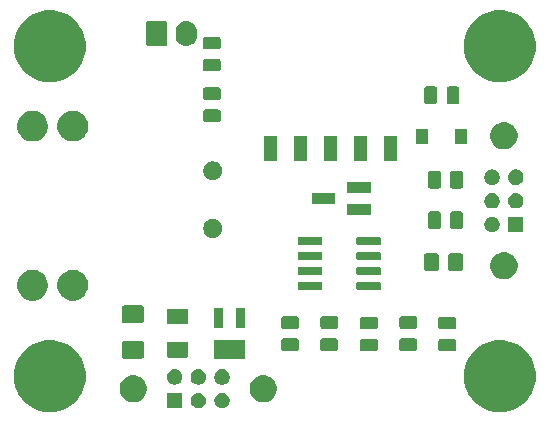
<source format=gbs>
G04 #@! TF.GenerationSoftware,KiCad,Pcbnew,(5.1.4)-1*
G04 #@! TF.CreationDate,2020-02-23T13:46:41-05:00*
G04 #@! TF.ProjectId,vent,76656e74-2e6b-4696-9361-645f70636258,rev?*
G04 #@! TF.SameCoordinates,Original*
G04 #@! TF.FileFunction,Soldermask,Bot*
G04 #@! TF.FilePolarity,Negative*
%FSLAX46Y46*%
G04 Gerber Fmt 4.6, Leading zero omitted, Abs format (unit mm)*
G04 Created by KiCad (PCBNEW (5.1.4)-1) date 2020-02-23 13:46:41*
%MOMM*%
%LPD*%
G04 APERTURE LIST*
%ADD10C,0.100000*%
G04 APERTURE END LIST*
D10*
G36*
X148209943Y-129146248D02*
G01*
X148765189Y-129376238D01*
X148765190Y-129376239D01*
X149264899Y-129710134D01*
X149689866Y-130135101D01*
X149785182Y-130277752D01*
X150023762Y-130634811D01*
X150253752Y-131190057D01*
X150371000Y-131779501D01*
X150371000Y-132380499D01*
X150253752Y-132969943D01*
X150023762Y-133525189D01*
X150004584Y-133553891D01*
X149689866Y-134024899D01*
X149264899Y-134449866D01*
X149013347Y-134617948D01*
X148765189Y-134783762D01*
X148209943Y-135013752D01*
X147620499Y-135131000D01*
X147019501Y-135131000D01*
X146430057Y-135013752D01*
X145874811Y-134783762D01*
X145626653Y-134617948D01*
X145375101Y-134449866D01*
X144950134Y-134024899D01*
X144635416Y-133553891D01*
X144616238Y-133525189D01*
X144386248Y-132969943D01*
X144269000Y-132380499D01*
X144269000Y-131779501D01*
X144386248Y-131190057D01*
X144616238Y-130634811D01*
X144854818Y-130277752D01*
X144950134Y-130135101D01*
X145375101Y-129710134D01*
X145874810Y-129376239D01*
X145874811Y-129376238D01*
X146430057Y-129146248D01*
X147019501Y-129029000D01*
X147620499Y-129029000D01*
X148209943Y-129146248D01*
X148209943Y-129146248D01*
G37*
G36*
X110109943Y-129146248D02*
G01*
X110665189Y-129376238D01*
X110665190Y-129376239D01*
X111164899Y-129710134D01*
X111589866Y-130135101D01*
X111685182Y-130277752D01*
X111923762Y-130634811D01*
X112153752Y-131190057D01*
X112271000Y-131779501D01*
X112271000Y-132380499D01*
X112153752Y-132969943D01*
X111923762Y-133525189D01*
X111904584Y-133553891D01*
X111589866Y-134024899D01*
X111164899Y-134449866D01*
X110913347Y-134617948D01*
X110665189Y-134783762D01*
X110109943Y-135013752D01*
X109520499Y-135131000D01*
X108919501Y-135131000D01*
X108330057Y-135013752D01*
X107774811Y-134783762D01*
X107526653Y-134617948D01*
X107275101Y-134449866D01*
X106850134Y-134024899D01*
X106535416Y-133553891D01*
X106516238Y-133525189D01*
X106286248Y-132969943D01*
X106169000Y-132380499D01*
X106169000Y-131779501D01*
X106286248Y-131190057D01*
X106516238Y-130634811D01*
X106754818Y-130277752D01*
X106850134Y-130135101D01*
X107275101Y-129710134D01*
X107774810Y-129376239D01*
X107774811Y-129376238D01*
X108330057Y-129146248D01*
X108919501Y-129029000D01*
X109520499Y-129029000D01*
X110109943Y-129146248D01*
X110109943Y-129146248D01*
G37*
G36*
X121989490Y-133504817D02*
G01*
X122107964Y-133553891D01*
X122214588Y-133625135D01*
X122305265Y-133715812D01*
X122376509Y-133822436D01*
X122425583Y-133940910D01*
X122450600Y-134066682D01*
X122450600Y-134194918D01*
X122425583Y-134320690D01*
X122376509Y-134439164D01*
X122305265Y-134545788D01*
X122214588Y-134636465D01*
X122107964Y-134707709D01*
X122107963Y-134707710D01*
X122107962Y-134707710D01*
X121989490Y-134756783D01*
X121863719Y-134781800D01*
X121735481Y-134781800D01*
X121609710Y-134756783D01*
X121491238Y-134707710D01*
X121491237Y-134707710D01*
X121491236Y-134707709D01*
X121384612Y-134636465D01*
X121293935Y-134545788D01*
X121222691Y-134439164D01*
X121173617Y-134320690D01*
X121148600Y-134194918D01*
X121148600Y-134066682D01*
X121173617Y-133940910D01*
X121222691Y-133822436D01*
X121293935Y-133715812D01*
X121384612Y-133625135D01*
X121491236Y-133553891D01*
X121609710Y-133504817D01*
X121735481Y-133479800D01*
X121863719Y-133479800D01*
X121989490Y-133504817D01*
X121989490Y-133504817D01*
G37*
G36*
X123989490Y-133504817D02*
G01*
X124107964Y-133553891D01*
X124214588Y-133625135D01*
X124305265Y-133715812D01*
X124376509Y-133822436D01*
X124425583Y-133940910D01*
X124450600Y-134066682D01*
X124450600Y-134194918D01*
X124425583Y-134320690D01*
X124376509Y-134439164D01*
X124305265Y-134545788D01*
X124214588Y-134636465D01*
X124107964Y-134707709D01*
X124107963Y-134707710D01*
X124107962Y-134707710D01*
X123989490Y-134756783D01*
X123863719Y-134781800D01*
X123735481Y-134781800D01*
X123609710Y-134756783D01*
X123491238Y-134707710D01*
X123491237Y-134707710D01*
X123491236Y-134707709D01*
X123384612Y-134636465D01*
X123293935Y-134545788D01*
X123222691Y-134439164D01*
X123173617Y-134320690D01*
X123148600Y-134194918D01*
X123148600Y-134066682D01*
X123173617Y-133940910D01*
X123222691Y-133822436D01*
X123293935Y-133715812D01*
X123384612Y-133625135D01*
X123491236Y-133553891D01*
X123609710Y-133504817D01*
X123735481Y-133479800D01*
X123863719Y-133479800D01*
X123989490Y-133504817D01*
X123989490Y-133504817D01*
G37*
G36*
X120450600Y-134781800D02*
G01*
X119148600Y-134781800D01*
X119148600Y-133479800D01*
X120450600Y-133479800D01*
X120450600Y-134781800D01*
X120450600Y-134781800D01*
G37*
G36*
X127524149Y-132001916D02*
G01*
X127635334Y-132024032D01*
X127844803Y-132110797D01*
X128033320Y-132236760D01*
X128193640Y-132397080D01*
X128319603Y-132585597D01*
X128406368Y-132795066D01*
X128450600Y-133017436D01*
X128450600Y-133244164D01*
X128406368Y-133466534D01*
X128319603Y-133676003D01*
X128193640Y-133864520D01*
X128033320Y-134024840D01*
X127844803Y-134150803D01*
X127635334Y-134237568D01*
X127524149Y-134259684D01*
X127412965Y-134281800D01*
X127186235Y-134281800D01*
X127075051Y-134259684D01*
X126963866Y-134237568D01*
X126754397Y-134150803D01*
X126565880Y-134024840D01*
X126405560Y-133864520D01*
X126279597Y-133676003D01*
X126192832Y-133466534D01*
X126148600Y-133244164D01*
X126148600Y-133017436D01*
X126192832Y-132795066D01*
X126279597Y-132585597D01*
X126405560Y-132397080D01*
X126565880Y-132236760D01*
X126754397Y-132110797D01*
X126963866Y-132024032D01*
X127075051Y-132001916D01*
X127186235Y-131979800D01*
X127412965Y-131979800D01*
X127524149Y-132001916D01*
X127524149Y-132001916D01*
G37*
G36*
X116524149Y-132001916D02*
G01*
X116635334Y-132024032D01*
X116844803Y-132110797D01*
X117033320Y-132236760D01*
X117193640Y-132397080D01*
X117319603Y-132585597D01*
X117406368Y-132795066D01*
X117450600Y-133017436D01*
X117450600Y-133244164D01*
X117406368Y-133466534D01*
X117319603Y-133676003D01*
X117193640Y-133864520D01*
X117033320Y-134024840D01*
X116844803Y-134150803D01*
X116635334Y-134237568D01*
X116524149Y-134259684D01*
X116412965Y-134281800D01*
X116186235Y-134281800D01*
X116075051Y-134259684D01*
X115963866Y-134237568D01*
X115754397Y-134150803D01*
X115565880Y-134024840D01*
X115405560Y-133864520D01*
X115279597Y-133676003D01*
X115192832Y-133466534D01*
X115148600Y-133244164D01*
X115148600Y-133017436D01*
X115192832Y-132795066D01*
X115279597Y-132585597D01*
X115405560Y-132397080D01*
X115565880Y-132236760D01*
X115754397Y-132110797D01*
X115963866Y-132024032D01*
X116075051Y-132001916D01*
X116186235Y-131979800D01*
X116412965Y-131979800D01*
X116524149Y-132001916D01*
X116524149Y-132001916D01*
G37*
G36*
X119989490Y-131504817D02*
G01*
X120107964Y-131553891D01*
X120214588Y-131625135D01*
X120305265Y-131715812D01*
X120376509Y-131822436D01*
X120425583Y-131940910D01*
X120450600Y-132066682D01*
X120450600Y-132194918D01*
X120425583Y-132320690D01*
X120376509Y-132439164D01*
X120305265Y-132545788D01*
X120214588Y-132636465D01*
X120107964Y-132707709D01*
X120107963Y-132707710D01*
X120107962Y-132707710D01*
X119989490Y-132756783D01*
X119863719Y-132781800D01*
X119735481Y-132781800D01*
X119609710Y-132756783D01*
X119491238Y-132707710D01*
X119491237Y-132707710D01*
X119491236Y-132707709D01*
X119384612Y-132636465D01*
X119293935Y-132545788D01*
X119222691Y-132439164D01*
X119173617Y-132320690D01*
X119148600Y-132194918D01*
X119148600Y-132066682D01*
X119173617Y-131940910D01*
X119222691Y-131822436D01*
X119293935Y-131715812D01*
X119384612Y-131625135D01*
X119491236Y-131553891D01*
X119609710Y-131504817D01*
X119735481Y-131479800D01*
X119863719Y-131479800D01*
X119989490Y-131504817D01*
X119989490Y-131504817D01*
G37*
G36*
X121989490Y-131504817D02*
G01*
X122107964Y-131553891D01*
X122214588Y-131625135D01*
X122305265Y-131715812D01*
X122376509Y-131822436D01*
X122425583Y-131940910D01*
X122450600Y-132066682D01*
X122450600Y-132194918D01*
X122425583Y-132320690D01*
X122376509Y-132439164D01*
X122305265Y-132545788D01*
X122214588Y-132636465D01*
X122107964Y-132707709D01*
X122107963Y-132707710D01*
X122107962Y-132707710D01*
X121989490Y-132756783D01*
X121863719Y-132781800D01*
X121735481Y-132781800D01*
X121609710Y-132756783D01*
X121491238Y-132707710D01*
X121491237Y-132707710D01*
X121491236Y-132707709D01*
X121384612Y-132636465D01*
X121293935Y-132545788D01*
X121222691Y-132439164D01*
X121173617Y-132320690D01*
X121148600Y-132194918D01*
X121148600Y-132066682D01*
X121173617Y-131940910D01*
X121222691Y-131822436D01*
X121293935Y-131715812D01*
X121384612Y-131625135D01*
X121491236Y-131553891D01*
X121609710Y-131504817D01*
X121735481Y-131479800D01*
X121863719Y-131479800D01*
X121989490Y-131504817D01*
X121989490Y-131504817D01*
G37*
G36*
X123989490Y-131504817D02*
G01*
X124107964Y-131553891D01*
X124214588Y-131625135D01*
X124305265Y-131715812D01*
X124376509Y-131822436D01*
X124425583Y-131940910D01*
X124450600Y-132066682D01*
X124450600Y-132194918D01*
X124425583Y-132320690D01*
X124376509Y-132439164D01*
X124305265Y-132545788D01*
X124214588Y-132636465D01*
X124107964Y-132707709D01*
X124107963Y-132707710D01*
X124107962Y-132707710D01*
X123989490Y-132756783D01*
X123863719Y-132781800D01*
X123735481Y-132781800D01*
X123609710Y-132756783D01*
X123491238Y-132707710D01*
X123491237Y-132707710D01*
X123491236Y-132707709D01*
X123384612Y-132636465D01*
X123293935Y-132545788D01*
X123222691Y-132439164D01*
X123173617Y-132320690D01*
X123148600Y-132194918D01*
X123148600Y-132066682D01*
X123173617Y-131940910D01*
X123222691Y-131822436D01*
X123293935Y-131715812D01*
X123384612Y-131625135D01*
X123491236Y-131553891D01*
X123609710Y-131504817D01*
X123735481Y-131479800D01*
X123863719Y-131479800D01*
X123989490Y-131504817D01*
X123989490Y-131504817D01*
G37*
G36*
X125775800Y-130650400D02*
G01*
X123123800Y-130650400D01*
X123123800Y-128988400D01*
X125775800Y-128988400D01*
X125775800Y-130650400D01*
X125775800Y-130650400D01*
G37*
G36*
X117031362Y-129060081D02*
G01*
X117066281Y-129070674D01*
X117098463Y-129087876D01*
X117126673Y-129111027D01*
X117149824Y-129139237D01*
X117167026Y-129171419D01*
X117177619Y-129206338D01*
X117181800Y-129248795D01*
X117181800Y-130390005D01*
X117177619Y-130432462D01*
X117167026Y-130467381D01*
X117149824Y-130499563D01*
X117126673Y-130527773D01*
X117098463Y-130550924D01*
X117066281Y-130568126D01*
X117031362Y-130578719D01*
X116988905Y-130582900D01*
X115522695Y-130582900D01*
X115480238Y-130578719D01*
X115445319Y-130568126D01*
X115413137Y-130550924D01*
X115384927Y-130527773D01*
X115361776Y-130499563D01*
X115344574Y-130467381D01*
X115333981Y-130432462D01*
X115329800Y-130390005D01*
X115329800Y-129248795D01*
X115333981Y-129206338D01*
X115344574Y-129171419D01*
X115361776Y-129139237D01*
X115384927Y-129111027D01*
X115413137Y-129087876D01*
X115445319Y-129070674D01*
X115480238Y-129060081D01*
X115522695Y-129055900D01*
X116988905Y-129055900D01*
X117031362Y-129060081D01*
X117031362Y-129060081D01*
G37*
G36*
X120809004Y-129147747D02*
G01*
X120845544Y-129158832D01*
X120879221Y-129176833D01*
X120908741Y-129201059D01*
X120932967Y-129230579D01*
X120950968Y-129264256D01*
X120962053Y-129300796D01*
X120966400Y-129344938D01*
X120966400Y-130293862D01*
X120962053Y-130338004D01*
X120950968Y-130374544D01*
X120932967Y-130408221D01*
X120908741Y-130437741D01*
X120879221Y-130461967D01*
X120845544Y-130479968D01*
X120809004Y-130491053D01*
X120764862Y-130495400D01*
X119315938Y-130495400D01*
X119271796Y-130491053D01*
X119235256Y-130479968D01*
X119201579Y-130461967D01*
X119172059Y-130437741D01*
X119147833Y-130408221D01*
X119129832Y-130374544D01*
X119118747Y-130338004D01*
X119114400Y-130293862D01*
X119114400Y-129344938D01*
X119118747Y-129300796D01*
X119129832Y-129264256D01*
X119147833Y-129230579D01*
X119172059Y-129201059D01*
X119201579Y-129176833D01*
X119235256Y-129158832D01*
X119271796Y-129147747D01*
X119315938Y-129143400D01*
X120764862Y-129143400D01*
X120809004Y-129147747D01*
X120809004Y-129147747D01*
G37*
G36*
X136830068Y-128902165D02*
G01*
X136868738Y-128913896D01*
X136904377Y-128932946D01*
X136935617Y-128958583D01*
X136961254Y-128989823D01*
X136980304Y-129025462D01*
X136992035Y-129064132D01*
X136996600Y-129110488D01*
X136996600Y-129761712D01*
X136992035Y-129808068D01*
X136980304Y-129846738D01*
X136961254Y-129882377D01*
X136935617Y-129913617D01*
X136904377Y-129939254D01*
X136868738Y-129958304D01*
X136830068Y-129970035D01*
X136783712Y-129974600D01*
X135707488Y-129974600D01*
X135661132Y-129970035D01*
X135622462Y-129958304D01*
X135586823Y-129939254D01*
X135555583Y-129913617D01*
X135529946Y-129882377D01*
X135510896Y-129846738D01*
X135499165Y-129808068D01*
X135494600Y-129761712D01*
X135494600Y-129110488D01*
X135499165Y-129064132D01*
X135510896Y-129025462D01*
X135529946Y-128989823D01*
X135555583Y-128958583D01*
X135586823Y-128932946D01*
X135622462Y-128913896D01*
X135661132Y-128902165D01*
X135707488Y-128897600D01*
X136783712Y-128897600D01*
X136830068Y-128902165D01*
X136830068Y-128902165D01*
G37*
G36*
X143459468Y-128899865D02*
G01*
X143498138Y-128911596D01*
X143533777Y-128930646D01*
X143565017Y-128956283D01*
X143590654Y-128987523D01*
X143609704Y-129023162D01*
X143621435Y-129061832D01*
X143626000Y-129108188D01*
X143626000Y-129759412D01*
X143621435Y-129805768D01*
X143609704Y-129844438D01*
X143590654Y-129880077D01*
X143565017Y-129911317D01*
X143533777Y-129936954D01*
X143498138Y-129956004D01*
X143459468Y-129967735D01*
X143413112Y-129972300D01*
X142336888Y-129972300D01*
X142290532Y-129967735D01*
X142251862Y-129956004D01*
X142216223Y-129936954D01*
X142184983Y-129911317D01*
X142159346Y-129880077D01*
X142140296Y-129844438D01*
X142128565Y-129805768D01*
X142124000Y-129759412D01*
X142124000Y-129108188D01*
X142128565Y-129061832D01*
X142140296Y-129023162D01*
X142159346Y-128987523D01*
X142184983Y-128956283D01*
X142216223Y-128930646D01*
X142251862Y-128911596D01*
X142290532Y-128899865D01*
X142336888Y-128895300D01*
X143413112Y-128895300D01*
X143459468Y-128899865D01*
X143459468Y-128899865D01*
G37*
G36*
X133477268Y-128879065D02*
G01*
X133515938Y-128890796D01*
X133551577Y-128909846D01*
X133582817Y-128935483D01*
X133608454Y-128966723D01*
X133627504Y-129002362D01*
X133639235Y-129041032D01*
X133643800Y-129087388D01*
X133643800Y-129738612D01*
X133639235Y-129784968D01*
X133627504Y-129823638D01*
X133608454Y-129859277D01*
X133582817Y-129890517D01*
X133551577Y-129916154D01*
X133515938Y-129935204D01*
X133477268Y-129946935D01*
X133430912Y-129951500D01*
X132354688Y-129951500D01*
X132308332Y-129946935D01*
X132269662Y-129935204D01*
X132234023Y-129916154D01*
X132202783Y-129890517D01*
X132177146Y-129859277D01*
X132158096Y-129823638D01*
X132146365Y-129784968D01*
X132141800Y-129738612D01*
X132141800Y-129087388D01*
X132146365Y-129041032D01*
X132158096Y-129002362D01*
X132177146Y-128966723D01*
X132202783Y-128935483D01*
X132234023Y-128909846D01*
X132269662Y-128890796D01*
X132308332Y-128879065D01*
X132354688Y-128874500D01*
X133430912Y-128874500D01*
X133477268Y-128879065D01*
X133477268Y-128879065D01*
G37*
G36*
X130149868Y-128879065D02*
G01*
X130188538Y-128890796D01*
X130224177Y-128909846D01*
X130255417Y-128935483D01*
X130281054Y-128966723D01*
X130300104Y-129002362D01*
X130311835Y-129041032D01*
X130316400Y-129087388D01*
X130316400Y-129738612D01*
X130311835Y-129784968D01*
X130300104Y-129823638D01*
X130281054Y-129859277D01*
X130255417Y-129890517D01*
X130224177Y-129916154D01*
X130188538Y-129935204D01*
X130149868Y-129946935D01*
X130103512Y-129951500D01*
X129027288Y-129951500D01*
X128980932Y-129946935D01*
X128942262Y-129935204D01*
X128906623Y-129916154D01*
X128875383Y-129890517D01*
X128849746Y-129859277D01*
X128830696Y-129823638D01*
X128818965Y-129784968D01*
X128814400Y-129738612D01*
X128814400Y-129087388D01*
X128818965Y-129041032D01*
X128830696Y-129002362D01*
X128849746Y-128966723D01*
X128875383Y-128935483D01*
X128906623Y-128909846D01*
X128942262Y-128890796D01*
X128980932Y-128879065D01*
X129027288Y-128874500D01*
X130103512Y-128874500D01*
X130149868Y-128879065D01*
X130149868Y-128879065D01*
G37*
G36*
X140157468Y-128876765D02*
G01*
X140196138Y-128888496D01*
X140231777Y-128907546D01*
X140263017Y-128933183D01*
X140288654Y-128964423D01*
X140307704Y-129000062D01*
X140319435Y-129038732D01*
X140324000Y-129085088D01*
X140324000Y-129736312D01*
X140319435Y-129782668D01*
X140307704Y-129821338D01*
X140288654Y-129856977D01*
X140263017Y-129888217D01*
X140231777Y-129913854D01*
X140196138Y-129932904D01*
X140157468Y-129944635D01*
X140111112Y-129949200D01*
X139034888Y-129949200D01*
X138988532Y-129944635D01*
X138949862Y-129932904D01*
X138914223Y-129913854D01*
X138882983Y-129888217D01*
X138857346Y-129856977D01*
X138838296Y-129821338D01*
X138826565Y-129782668D01*
X138822000Y-129736312D01*
X138822000Y-129085088D01*
X138826565Y-129038732D01*
X138838296Y-129000062D01*
X138857346Y-128964423D01*
X138882983Y-128933183D01*
X138914223Y-128907546D01*
X138949862Y-128888496D01*
X138988532Y-128876765D01*
X139034888Y-128872200D01*
X140111112Y-128872200D01*
X140157468Y-128876765D01*
X140157468Y-128876765D01*
G37*
G36*
X136830068Y-127027165D02*
G01*
X136868738Y-127038896D01*
X136904377Y-127057946D01*
X136935617Y-127083583D01*
X136961254Y-127114823D01*
X136980304Y-127150462D01*
X136992035Y-127189132D01*
X136996600Y-127235488D01*
X136996600Y-127886712D01*
X136992035Y-127933068D01*
X136980304Y-127971738D01*
X136961254Y-128007377D01*
X136935617Y-128038617D01*
X136904377Y-128064254D01*
X136868738Y-128083304D01*
X136830068Y-128095035D01*
X136783712Y-128099600D01*
X135707488Y-128099600D01*
X135661132Y-128095035D01*
X135622462Y-128083304D01*
X135586823Y-128064254D01*
X135555583Y-128038617D01*
X135529946Y-128007377D01*
X135510896Y-127971738D01*
X135499165Y-127933068D01*
X135494600Y-127886712D01*
X135494600Y-127235488D01*
X135499165Y-127189132D01*
X135510896Y-127150462D01*
X135529946Y-127114823D01*
X135555583Y-127083583D01*
X135586823Y-127057946D01*
X135622462Y-127038896D01*
X135661132Y-127027165D01*
X135707488Y-127022600D01*
X136783712Y-127022600D01*
X136830068Y-127027165D01*
X136830068Y-127027165D01*
G37*
G36*
X143459468Y-127024865D02*
G01*
X143498138Y-127036596D01*
X143533777Y-127055646D01*
X143565017Y-127081283D01*
X143590654Y-127112523D01*
X143609704Y-127148162D01*
X143621435Y-127186832D01*
X143626000Y-127233188D01*
X143626000Y-127884412D01*
X143621435Y-127930768D01*
X143609704Y-127969438D01*
X143590654Y-128005077D01*
X143565017Y-128036317D01*
X143533777Y-128061954D01*
X143498138Y-128081004D01*
X143459468Y-128092735D01*
X143413112Y-128097300D01*
X142336888Y-128097300D01*
X142290532Y-128092735D01*
X142251862Y-128081004D01*
X142216223Y-128061954D01*
X142184983Y-128036317D01*
X142159346Y-128005077D01*
X142140296Y-127969438D01*
X142128565Y-127930768D01*
X142124000Y-127884412D01*
X142124000Y-127233188D01*
X142128565Y-127186832D01*
X142140296Y-127148162D01*
X142159346Y-127112523D01*
X142184983Y-127081283D01*
X142216223Y-127055646D01*
X142251862Y-127036596D01*
X142290532Y-127024865D01*
X142336888Y-127020300D01*
X143413112Y-127020300D01*
X143459468Y-127024865D01*
X143459468Y-127024865D01*
G37*
G36*
X133477268Y-127004065D02*
G01*
X133515938Y-127015796D01*
X133551577Y-127034846D01*
X133582817Y-127060483D01*
X133608454Y-127091723D01*
X133627504Y-127127362D01*
X133639235Y-127166032D01*
X133643800Y-127212388D01*
X133643800Y-127863612D01*
X133639235Y-127909968D01*
X133627504Y-127948638D01*
X133608454Y-127984277D01*
X133582817Y-128015517D01*
X133551577Y-128041154D01*
X133515938Y-128060204D01*
X133477268Y-128071935D01*
X133430912Y-128076500D01*
X132354688Y-128076500D01*
X132308332Y-128071935D01*
X132269662Y-128060204D01*
X132234023Y-128041154D01*
X132202783Y-128015517D01*
X132177146Y-127984277D01*
X132158096Y-127948638D01*
X132146365Y-127909968D01*
X132141800Y-127863612D01*
X132141800Y-127212388D01*
X132146365Y-127166032D01*
X132158096Y-127127362D01*
X132177146Y-127091723D01*
X132202783Y-127060483D01*
X132234023Y-127034846D01*
X132269662Y-127015796D01*
X132308332Y-127004065D01*
X132354688Y-126999500D01*
X133430912Y-126999500D01*
X133477268Y-127004065D01*
X133477268Y-127004065D01*
G37*
G36*
X130149868Y-127004065D02*
G01*
X130188538Y-127015796D01*
X130224177Y-127034846D01*
X130255417Y-127060483D01*
X130281054Y-127091723D01*
X130300104Y-127127362D01*
X130311835Y-127166032D01*
X130316400Y-127212388D01*
X130316400Y-127863612D01*
X130311835Y-127909968D01*
X130300104Y-127948638D01*
X130281054Y-127984277D01*
X130255417Y-128015517D01*
X130224177Y-128041154D01*
X130188538Y-128060204D01*
X130149868Y-128071935D01*
X130103512Y-128076500D01*
X129027288Y-128076500D01*
X128980932Y-128071935D01*
X128942262Y-128060204D01*
X128906623Y-128041154D01*
X128875383Y-128015517D01*
X128849746Y-127984277D01*
X128830696Y-127948638D01*
X128818965Y-127909968D01*
X128814400Y-127863612D01*
X128814400Y-127212388D01*
X128818965Y-127166032D01*
X128830696Y-127127362D01*
X128849746Y-127091723D01*
X128875383Y-127060483D01*
X128906623Y-127034846D01*
X128942262Y-127015796D01*
X128980932Y-127004065D01*
X129027288Y-126999500D01*
X130103512Y-126999500D01*
X130149868Y-127004065D01*
X130149868Y-127004065D01*
G37*
G36*
X140157468Y-127001765D02*
G01*
X140196138Y-127013496D01*
X140231777Y-127032546D01*
X140263017Y-127058183D01*
X140288654Y-127089423D01*
X140307704Y-127125062D01*
X140319435Y-127163732D01*
X140324000Y-127210088D01*
X140324000Y-127861312D01*
X140319435Y-127907668D01*
X140307704Y-127946338D01*
X140288654Y-127981977D01*
X140263017Y-128013217D01*
X140231777Y-128038854D01*
X140196138Y-128057904D01*
X140157468Y-128069635D01*
X140111112Y-128074200D01*
X139034888Y-128074200D01*
X138988532Y-128069635D01*
X138949862Y-128057904D01*
X138914223Y-128038854D01*
X138882983Y-128013217D01*
X138857346Y-127981977D01*
X138838296Y-127946338D01*
X138826565Y-127907668D01*
X138822000Y-127861312D01*
X138822000Y-127210088D01*
X138826565Y-127163732D01*
X138838296Y-127125062D01*
X138857346Y-127089423D01*
X138882983Y-127058183D01*
X138914223Y-127032546D01*
X138949862Y-127013496D01*
X138988532Y-127001765D01*
X139034888Y-126997200D01*
X140111112Y-126997200D01*
X140157468Y-127001765D01*
X140157468Y-127001765D01*
G37*
G36*
X123875800Y-127950400D02*
G01*
X123123800Y-127950400D01*
X123123800Y-126288400D01*
X123875800Y-126288400D01*
X123875800Y-127950400D01*
X123875800Y-127950400D01*
G37*
G36*
X125775800Y-127950400D02*
G01*
X125023800Y-127950400D01*
X125023800Y-126288400D01*
X125775800Y-126288400D01*
X125775800Y-127950400D01*
X125775800Y-127950400D01*
G37*
G36*
X120809004Y-126347747D02*
G01*
X120845544Y-126358832D01*
X120879221Y-126376833D01*
X120908741Y-126401059D01*
X120932967Y-126430579D01*
X120950968Y-126464256D01*
X120962053Y-126500796D01*
X120966400Y-126544938D01*
X120966400Y-127493862D01*
X120962053Y-127538004D01*
X120950968Y-127574544D01*
X120932967Y-127608221D01*
X120908741Y-127637741D01*
X120879221Y-127661967D01*
X120845544Y-127679968D01*
X120809004Y-127691053D01*
X120764862Y-127695400D01*
X119315938Y-127695400D01*
X119271796Y-127691053D01*
X119235256Y-127679968D01*
X119201579Y-127661967D01*
X119172059Y-127637741D01*
X119147833Y-127608221D01*
X119129832Y-127574544D01*
X119118747Y-127538004D01*
X119114400Y-127493862D01*
X119114400Y-126544938D01*
X119118747Y-126500796D01*
X119129832Y-126464256D01*
X119147833Y-126430579D01*
X119172059Y-126401059D01*
X119201579Y-126376833D01*
X119235256Y-126358832D01*
X119271796Y-126347747D01*
X119315938Y-126343400D01*
X120764862Y-126343400D01*
X120809004Y-126347747D01*
X120809004Y-126347747D01*
G37*
G36*
X117031362Y-126085081D02*
G01*
X117066281Y-126095674D01*
X117098463Y-126112876D01*
X117126673Y-126136027D01*
X117149824Y-126164237D01*
X117167026Y-126196419D01*
X117177619Y-126231338D01*
X117181800Y-126273795D01*
X117181800Y-127415005D01*
X117177619Y-127457462D01*
X117167026Y-127492381D01*
X117149824Y-127524563D01*
X117126673Y-127552773D01*
X117098463Y-127575924D01*
X117066281Y-127593126D01*
X117031362Y-127603719D01*
X116988905Y-127607900D01*
X115522695Y-127607900D01*
X115480238Y-127603719D01*
X115445319Y-127593126D01*
X115413137Y-127575924D01*
X115384927Y-127552773D01*
X115361776Y-127524563D01*
X115344574Y-127492381D01*
X115333981Y-127457462D01*
X115329800Y-127415005D01*
X115329800Y-126273795D01*
X115333981Y-126231338D01*
X115344574Y-126196419D01*
X115361776Y-126164237D01*
X115384927Y-126136027D01*
X115413137Y-126112876D01*
X115445319Y-126095674D01*
X115480238Y-126085081D01*
X115522695Y-126080900D01*
X116988905Y-126080900D01*
X117031362Y-126085081D01*
X117031362Y-126085081D01*
G37*
G36*
X111555287Y-123115396D02*
G01*
X111792053Y-123213468D01*
X111792055Y-123213469D01*
X112005139Y-123355847D01*
X112186353Y-123537061D01*
X112322623Y-123741003D01*
X112328732Y-123750147D01*
X112426804Y-123986913D01*
X112476800Y-124238261D01*
X112476800Y-124494539D01*
X112426804Y-124745887D01*
X112411499Y-124782836D01*
X112328731Y-124982655D01*
X112186353Y-125195739D01*
X112005139Y-125376953D01*
X111792055Y-125519331D01*
X111792054Y-125519332D01*
X111792053Y-125519332D01*
X111555287Y-125617404D01*
X111303939Y-125667400D01*
X111047661Y-125667400D01*
X110796313Y-125617404D01*
X110559547Y-125519332D01*
X110559546Y-125519332D01*
X110559545Y-125519331D01*
X110346461Y-125376953D01*
X110165247Y-125195739D01*
X110022869Y-124982655D01*
X109940101Y-124782836D01*
X109924796Y-124745887D01*
X109874800Y-124494539D01*
X109874800Y-124238261D01*
X109924796Y-123986913D01*
X110022868Y-123750147D01*
X110028978Y-123741003D01*
X110165247Y-123537061D01*
X110346461Y-123355847D01*
X110559545Y-123213469D01*
X110559547Y-123213468D01*
X110796313Y-123115396D01*
X111047661Y-123065400D01*
X111303939Y-123065400D01*
X111555287Y-123115396D01*
X111555287Y-123115396D01*
G37*
G36*
X108155287Y-123115396D02*
G01*
X108392053Y-123213468D01*
X108392055Y-123213469D01*
X108605139Y-123355847D01*
X108786353Y-123537061D01*
X108922623Y-123741003D01*
X108928732Y-123750147D01*
X109026804Y-123986913D01*
X109076800Y-124238261D01*
X109076800Y-124494539D01*
X109026804Y-124745887D01*
X109011499Y-124782836D01*
X108928731Y-124982655D01*
X108786353Y-125195739D01*
X108605139Y-125376953D01*
X108392055Y-125519331D01*
X108392054Y-125519332D01*
X108392053Y-125519332D01*
X108155287Y-125617404D01*
X107903939Y-125667400D01*
X107647661Y-125667400D01*
X107396313Y-125617404D01*
X107159547Y-125519332D01*
X107159546Y-125519332D01*
X107159545Y-125519331D01*
X106946461Y-125376953D01*
X106765247Y-125195739D01*
X106622869Y-124982655D01*
X106540101Y-124782836D01*
X106524796Y-124745887D01*
X106474800Y-124494539D01*
X106474800Y-124238261D01*
X106524796Y-123986913D01*
X106622868Y-123750147D01*
X106628978Y-123741003D01*
X106765247Y-123537061D01*
X106946461Y-123355847D01*
X107159545Y-123213469D01*
X107159547Y-123213468D01*
X107396313Y-123115396D01*
X107647661Y-123065400D01*
X107903939Y-123065400D01*
X108155287Y-123115396D01*
X108155287Y-123115396D01*
G37*
G36*
X132202128Y-124086364D02*
G01*
X132223209Y-124092760D01*
X132242645Y-124103148D01*
X132259676Y-124117124D01*
X132273652Y-124134155D01*
X132284040Y-124153591D01*
X132290436Y-124174672D01*
X132293200Y-124202740D01*
X132293200Y-124666460D01*
X132290436Y-124694528D01*
X132284040Y-124715609D01*
X132273652Y-124735045D01*
X132259676Y-124752076D01*
X132242645Y-124766052D01*
X132223209Y-124776440D01*
X132202128Y-124782836D01*
X132174060Y-124785600D01*
X130360340Y-124785600D01*
X130332272Y-124782836D01*
X130311191Y-124776440D01*
X130291755Y-124766052D01*
X130274724Y-124752076D01*
X130260748Y-124735045D01*
X130250360Y-124715609D01*
X130243964Y-124694528D01*
X130241200Y-124666460D01*
X130241200Y-124202740D01*
X130243964Y-124174672D01*
X130250360Y-124153591D01*
X130260748Y-124134155D01*
X130274724Y-124117124D01*
X130291755Y-124103148D01*
X130311191Y-124092760D01*
X130332272Y-124086364D01*
X130360340Y-124083600D01*
X132174060Y-124083600D01*
X132202128Y-124086364D01*
X132202128Y-124086364D01*
G37*
G36*
X137152128Y-124086364D02*
G01*
X137173209Y-124092760D01*
X137192645Y-124103148D01*
X137209676Y-124117124D01*
X137223652Y-124134155D01*
X137234040Y-124153591D01*
X137240436Y-124174672D01*
X137243200Y-124202740D01*
X137243200Y-124666460D01*
X137240436Y-124694528D01*
X137234040Y-124715609D01*
X137223652Y-124735045D01*
X137209676Y-124752076D01*
X137192645Y-124766052D01*
X137173209Y-124776440D01*
X137152128Y-124782836D01*
X137124060Y-124785600D01*
X135310340Y-124785600D01*
X135282272Y-124782836D01*
X135261191Y-124776440D01*
X135241755Y-124766052D01*
X135224724Y-124752076D01*
X135210748Y-124735045D01*
X135200360Y-124715609D01*
X135193964Y-124694528D01*
X135191200Y-124666460D01*
X135191200Y-124202740D01*
X135193964Y-124174672D01*
X135200360Y-124153591D01*
X135210748Y-124134155D01*
X135224724Y-124117124D01*
X135241755Y-124103148D01*
X135261191Y-124092760D01*
X135282272Y-124086364D01*
X135310340Y-124083600D01*
X137124060Y-124083600D01*
X137152128Y-124086364D01*
X137152128Y-124086364D01*
G37*
G36*
X147900149Y-121592116D02*
G01*
X148011334Y-121614232D01*
X148220803Y-121700997D01*
X148409320Y-121826960D01*
X148569640Y-121987280D01*
X148695603Y-122175797D01*
X148782368Y-122385266D01*
X148826600Y-122607636D01*
X148826600Y-122834364D01*
X148782368Y-123056734D01*
X148695603Y-123266203D01*
X148569640Y-123454720D01*
X148409320Y-123615040D01*
X148220803Y-123741003D01*
X148220802Y-123741004D01*
X148220801Y-123741004D01*
X148159450Y-123766416D01*
X148011334Y-123827768D01*
X147900149Y-123849884D01*
X147788965Y-123872000D01*
X147562235Y-123872000D01*
X147451051Y-123849884D01*
X147339866Y-123827768D01*
X147191750Y-123766416D01*
X147130399Y-123741004D01*
X147130398Y-123741004D01*
X147130397Y-123741003D01*
X146941880Y-123615040D01*
X146781560Y-123454720D01*
X146655597Y-123266203D01*
X146568832Y-123056734D01*
X146524600Y-122834364D01*
X146524600Y-122607636D01*
X146568832Y-122385266D01*
X146655597Y-122175797D01*
X146781560Y-121987280D01*
X146941880Y-121826960D01*
X147130397Y-121700997D01*
X147339866Y-121614232D01*
X147451051Y-121592116D01*
X147562235Y-121570000D01*
X147788965Y-121570000D01*
X147900149Y-121592116D01*
X147900149Y-121592116D01*
G37*
G36*
X132202128Y-122816364D02*
G01*
X132223209Y-122822760D01*
X132242645Y-122833148D01*
X132259676Y-122847124D01*
X132273652Y-122864155D01*
X132284040Y-122883591D01*
X132290436Y-122904672D01*
X132293200Y-122932740D01*
X132293200Y-123396460D01*
X132290436Y-123424528D01*
X132284040Y-123445609D01*
X132273652Y-123465045D01*
X132259676Y-123482076D01*
X132242645Y-123496052D01*
X132223209Y-123506440D01*
X132202128Y-123512836D01*
X132174060Y-123515600D01*
X130360340Y-123515600D01*
X130332272Y-123512836D01*
X130311191Y-123506440D01*
X130291755Y-123496052D01*
X130274724Y-123482076D01*
X130260748Y-123465045D01*
X130250360Y-123445609D01*
X130243964Y-123424528D01*
X130241200Y-123396460D01*
X130241200Y-122932740D01*
X130243964Y-122904672D01*
X130250360Y-122883591D01*
X130260748Y-122864155D01*
X130274724Y-122847124D01*
X130291755Y-122833148D01*
X130311191Y-122822760D01*
X130332272Y-122816364D01*
X130360340Y-122813600D01*
X132174060Y-122813600D01*
X132202128Y-122816364D01*
X132202128Y-122816364D01*
G37*
G36*
X137152128Y-122816364D02*
G01*
X137173209Y-122822760D01*
X137192645Y-122833148D01*
X137209676Y-122847124D01*
X137223652Y-122864155D01*
X137234040Y-122883591D01*
X137240436Y-122904672D01*
X137243200Y-122932740D01*
X137243200Y-123396460D01*
X137240436Y-123424528D01*
X137234040Y-123445609D01*
X137223652Y-123465045D01*
X137209676Y-123482076D01*
X137192645Y-123496052D01*
X137173209Y-123506440D01*
X137152128Y-123512836D01*
X137124060Y-123515600D01*
X135310340Y-123515600D01*
X135282272Y-123512836D01*
X135261191Y-123506440D01*
X135241755Y-123496052D01*
X135224724Y-123482076D01*
X135210748Y-123465045D01*
X135200360Y-123445609D01*
X135193964Y-123424528D01*
X135191200Y-123396460D01*
X135191200Y-122932740D01*
X135193964Y-122904672D01*
X135200360Y-122883591D01*
X135210748Y-122864155D01*
X135224724Y-122847124D01*
X135241755Y-122833148D01*
X135261191Y-122822760D01*
X135282272Y-122816364D01*
X135310340Y-122813600D01*
X137124060Y-122813600D01*
X137152128Y-122816364D01*
X137152128Y-122816364D01*
G37*
G36*
X141999874Y-121681465D02*
G01*
X142037567Y-121692899D01*
X142072303Y-121711466D01*
X142102748Y-121736452D01*
X142127734Y-121766897D01*
X142146301Y-121801633D01*
X142157735Y-121839326D01*
X142162200Y-121884661D01*
X142162200Y-122971339D01*
X142157735Y-123016674D01*
X142146301Y-123054367D01*
X142127734Y-123089103D01*
X142102748Y-123119548D01*
X142072303Y-123144534D01*
X142037567Y-123163101D01*
X141999874Y-123174535D01*
X141954539Y-123179000D01*
X141117861Y-123179000D01*
X141072526Y-123174535D01*
X141034833Y-123163101D01*
X141000097Y-123144534D01*
X140969652Y-123119548D01*
X140944666Y-123089103D01*
X140926099Y-123054367D01*
X140914665Y-123016674D01*
X140910200Y-122971339D01*
X140910200Y-121884661D01*
X140914665Y-121839326D01*
X140926099Y-121801633D01*
X140944666Y-121766897D01*
X140969652Y-121736452D01*
X141000097Y-121711466D01*
X141034833Y-121692899D01*
X141072526Y-121681465D01*
X141117861Y-121677000D01*
X141954539Y-121677000D01*
X141999874Y-121681465D01*
X141999874Y-121681465D01*
G37*
G36*
X144049874Y-121681465D02*
G01*
X144087567Y-121692899D01*
X144122303Y-121711466D01*
X144152748Y-121736452D01*
X144177734Y-121766897D01*
X144196301Y-121801633D01*
X144207735Y-121839326D01*
X144212200Y-121884661D01*
X144212200Y-122971339D01*
X144207735Y-123016674D01*
X144196301Y-123054367D01*
X144177734Y-123089103D01*
X144152748Y-123119548D01*
X144122303Y-123144534D01*
X144087567Y-123163101D01*
X144049874Y-123174535D01*
X144004539Y-123179000D01*
X143167861Y-123179000D01*
X143122526Y-123174535D01*
X143084833Y-123163101D01*
X143050097Y-123144534D01*
X143019652Y-123119548D01*
X142994666Y-123089103D01*
X142976099Y-123054367D01*
X142964665Y-123016674D01*
X142960200Y-122971339D01*
X142960200Y-121884661D01*
X142964665Y-121839326D01*
X142976099Y-121801633D01*
X142994666Y-121766897D01*
X143019652Y-121736452D01*
X143050097Y-121711466D01*
X143084833Y-121692899D01*
X143122526Y-121681465D01*
X143167861Y-121677000D01*
X144004539Y-121677000D01*
X144049874Y-121681465D01*
X144049874Y-121681465D01*
G37*
G36*
X137152128Y-121546364D02*
G01*
X137173209Y-121552760D01*
X137192645Y-121563148D01*
X137209676Y-121577124D01*
X137223652Y-121594155D01*
X137234040Y-121613591D01*
X137240436Y-121634672D01*
X137243200Y-121662740D01*
X137243200Y-122126460D01*
X137240436Y-122154528D01*
X137234040Y-122175609D01*
X137223652Y-122195045D01*
X137209676Y-122212076D01*
X137192645Y-122226052D01*
X137173209Y-122236440D01*
X137152128Y-122242836D01*
X137124060Y-122245600D01*
X135310340Y-122245600D01*
X135282272Y-122242836D01*
X135261191Y-122236440D01*
X135241755Y-122226052D01*
X135224724Y-122212076D01*
X135210748Y-122195045D01*
X135200360Y-122175609D01*
X135193964Y-122154528D01*
X135191200Y-122126460D01*
X135191200Y-121662740D01*
X135193964Y-121634672D01*
X135200360Y-121613591D01*
X135210748Y-121594155D01*
X135224724Y-121577124D01*
X135241755Y-121563148D01*
X135261191Y-121552760D01*
X135282272Y-121546364D01*
X135310340Y-121543600D01*
X137124060Y-121543600D01*
X137152128Y-121546364D01*
X137152128Y-121546364D01*
G37*
G36*
X132202128Y-121546364D02*
G01*
X132223209Y-121552760D01*
X132242645Y-121563148D01*
X132259676Y-121577124D01*
X132273652Y-121594155D01*
X132284040Y-121613591D01*
X132290436Y-121634672D01*
X132293200Y-121662740D01*
X132293200Y-122126460D01*
X132290436Y-122154528D01*
X132284040Y-122175609D01*
X132273652Y-122195045D01*
X132259676Y-122212076D01*
X132242645Y-122226052D01*
X132223209Y-122236440D01*
X132202128Y-122242836D01*
X132174060Y-122245600D01*
X130360340Y-122245600D01*
X130332272Y-122242836D01*
X130311191Y-122236440D01*
X130291755Y-122226052D01*
X130274724Y-122212076D01*
X130260748Y-122195045D01*
X130250360Y-122175609D01*
X130243964Y-122154528D01*
X130241200Y-122126460D01*
X130241200Y-121662740D01*
X130243964Y-121634672D01*
X130250360Y-121613591D01*
X130260748Y-121594155D01*
X130274724Y-121577124D01*
X130291755Y-121563148D01*
X130311191Y-121552760D01*
X130332272Y-121546364D01*
X130360340Y-121543600D01*
X132174060Y-121543600D01*
X132202128Y-121546364D01*
X132202128Y-121546364D01*
G37*
G36*
X137152128Y-120276364D02*
G01*
X137173209Y-120282760D01*
X137192645Y-120293148D01*
X137209676Y-120307124D01*
X137223652Y-120324155D01*
X137234040Y-120343591D01*
X137240436Y-120364672D01*
X137243200Y-120392740D01*
X137243200Y-120856460D01*
X137240436Y-120884528D01*
X137234040Y-120905609D01*
X137223652Y-120925045D01*
X137209676Y-120942076D01*
X137192645Y-120956052D01*
X137173209Y-120966440D01*
X137152128Y-120972836D01*
X137124060Y-120975600D01*
X135310340Y-120975600D01*
X135282272Y-120972836D01*
X135261191Y-120966440D01*
X135241755Y-120956052D01*
X135224724Y-120942076D01*
X135210748Y-120925045D01*
X135200360Y-120905609D01*
X135193964Y-120884528D01*
X135191200Y-120856460D01*
X135191200Y-120392740D01*
X135193964Y-120364672D01*
X135200360Y-120343591D01*
X135210748Y-120324155D01*
X135224724Y-120307124D01*
X135241755Y-120293148D01*
X135261191Y-120282760D01*
X135282272Y-120276364D01*
X135310340Y-120273600D01*
X137124060Y-120273600D01*
X137152128Y-120276364D01*
X137152128Y-120276364D01*
G37*
G36*
X132202128Y-120276364D02*
G01*
X132223209Y-120282760D01*
X132242645Y-120293148D01*
X132259676Y-120307124D01*
X132273652Y-120324155D01*
X132284040Y-120343591D01*
X132290436Y-120364672D01*
X132293200Y-120392740D01*
X132293200Y-120856460D01*
X132290436Y-120884528D01*
X132284040Y-120905609D01*
X132273652Y-120925045D01*
X132259676Y-120942076D01*
X132242645Y-120956052D01*
X132223209Y-120966440D01*
X132202128Y-120972836D01*
X132174060Y-120975600D01*
X130360340Y-120975600D01*
X130332272Y-120972836D01*
X130311191Y-120966440D01*
X130291755Y-120956052D01*
X130274724Y-120942076D01*
X130260748Y-120925045D01*
X130250360Y-120905609D01*
X130243964Y-120884528D01*
X130241200Y-120856460D01*
X130241200Y-120392740D01*
X130243964Y-120364672D01*
X130250360Y-120343591D01*
X130260748Y-120324155D01*
X130274724Y-120307124D01*
X130291755Y-120293148D01*
X130311191Y-120282760D01*
X130332272Y-120276364D01*
X130360340Y-120273600D01*
X132174060Y-120273600D01*
X132202128Y-120276364D01*
X132202128Y-120276364D01*
G37*
G36*
X123245842Y-118790781D02*
G01*
X123391614Y-118851162D01*
X123391616Y-118851163D01*
X123522808Y-118938822D01*
X123634378Y-119050392D01*
X123722037Y-119181584D01*
X123722038Y-119181586D01*
X123782419Y-119327358D01*
X123813200Y-119482107D01*
X123813200Y-119639893D01*
X123782419Y-119794642D01*
X123750376Y-119872000D01*
X123722037Y-119940416D01*
X123634378Y-120071608D01*
X123522808Y-120183178D01*
X123391616Y-120270837D01*
X123391615Y-120270838D01*
X123391614Y-120270838D01*
X123245842Y-120331219D01*
X123091093Y-120362000D01*
X122933307Y-120362000D01*
X122778558Y-120331219D01*
X122632786Y-120270838D01*
X122632785Y-120270838D01*
X122632784Y-120270837D01*
X122501592Y-120183178D01*
X122390022Y-120071608D01*
X122302363Y-119940416D01*
X122274024Y-119872000D01*
X122241981Y-119794642D01*
X122211200Y-119639893D01*
X122211200Y-119482107D01*
X122241981Y-119327358D01*
X122302362Y-119181586D01*
X122302363Y-119181584D01*
X122390022Y-119050392D01*
X122501592Y-118938822D01*
X122632784Y-118851163D01*
X122632786Y-118851162D01*
X122778558Y-118790781D01*
X122933307Y-118760000D01*
X123091093Y-118760000D01*
X123245842Y-118790781D01*
X123245842Y-118790781D01*
G37*
G36*
X149326600Y-119872000D02*
G01*
X148024600Y-119872000D01*
X148024600Y-118570000D01*
X149326600Y-118570000D01*
X149326600Y-119872000D01*
X149326600Y-119872000D01*
G37*
G36*
X146865490Y-118595017D02*
G01*
X146983964Y-118644091D01*
X147090588Y-118715335D01*
X147181265Y-118806012D01*
X147252509Y-118912636D01*
X147301583Y-119031110D01*
X147326600Y-119156882D01*
X147326600Y-119285118D01*
X147301583Y-119410890D01*
X147252509Y-119529364D01*
X147181265Y-119635988D01*
X147090588Y-119726665D01*
X146983964Y-119797909D01*
X146983963Y-119797910D01*
X146983962Y-119797910D01*
X146865490Y-119846983D01*
X146739719Y-119872000D01*
X146611481Y-119872000D01*
X146485710Y-119846983D01*
X146367238Y-119797910D01*
X146367237Y-119797910D01*
X146367236Y-119797909D01*
X146260612Y-119726665D01*
X146169935Y-119635988D01*
X146098691Y-119529364D01*
X146049617Y-119410890D01*
X146024600Y-119285118D01*
X146024600Y-119156882D01*
X146049617Y-119031110D01*
X146098691Y-118912636D01*
X146169935Y-118806012D01*
X146260612Y-118715335D01*
X146367236Y-118644091D01*
X146485710Y-118595017D01*
X146611481Y-118570000D01*
X146739719Y-118570000D01*
X146865490Y-118595017D01*
X146865490Y-118595017D01*
G37*
G36*
X144034368Y-118125565D02*
G01*
X144073038Y-118137296D01*
X144108677Y-118156346D01*
X144139917Y-118181983D01*
X144165554Y-118213223D01*
X144184604Y-118248862D01*
X144196335Y-118287532D01*
X144200900Y-118333888D01*
X144200900Y-119410112D01*
X144196335Y-119456468D01*
X144184604Y-119495138D01*
X144165554Y-119530777D01*
X144139917Y-119562017D01*
X144108677Y-119587654D01*
X144073038Y-119606704D01*
X144034368Y-119618435D01*
X143988012Y-119623000D01*
X143336788Y-119623000D01*
X143290432Y-119618435D01*
X143251762Y-119606704D01*
X143216123Y-119587654D01*
X143184883Y-119562017D01*
X143159246Y-119530777D01*
X143140196Y-119495138D01*
X143128465Y-119456468D01*
X143123900Y-119410112D01*
X143123900Y-118333888D01*
X143128465Y-118287532D01*
X143140196Y-118248862D01*
X143159246Y-118213223D01*
X143184883Y-118181983D01*
X143216123Y-118156346D01*
X143251762Y-118137296D01*
X143290432Y-118125565D01*
X143336788Y-118121000D01*
X143988012Y-118121000D01*
X144034368Y-118125565D01*
X144034368Y-118125565D01*
G37*
G36*
X142159368Y-118125565D02*
G01*
X142198038Y-118137296D01*
X142233677Y-118156346D01*
X142264917Y-118181983D01*
X142290554Y-118213223D01*
X142309604Y-118248862D01*
X142321335Y-118287532D01*
X142325900Y-118333888D01*
X142325900Y-119410112D01*
X142321335Y-119456468D01*
X142309604Y-119495138D01*
X142290554Y-119530777D01*
X142264917Y-119562017D01*
X142233677Y-119587654D01*
X142198038Y-119606704D01*
X142159368Y-119618435D01*
X142113012Y-119623000D01*
X141461788Y-119623000D01*
X141415432Y-119618435D01*
X141376762Y-119606704D01*
X141341123Y-119587654D01*
X141309883Y-119562017D01*
X141284246Y-119530777D01*
X141265196Y-119495138D01*
X141253465Y-119456468D01*
X141248900Y-119410112D01*
X141248900Y-118333888D01*
X141253465Y-118287532D01*
X141265196Y-118248862D01*
X141284246Y-118213223D01*
X141309883Y-118181983D01*
X141341123Y-118156346D01*
X141376762Y-118137296D01*
X141415432Y-118125565D01*
X141461788Y-118121000D01*
X142113012Y-118121000D01*
X142159368Y-118125565D01*
X142159368Y-118125565D01*
G37*
G36*
X136408400Y-118434000D02*
G01*
X134406400Y-118434000D01*
X134406400Y-117532000D01*
X136408400Y-117532000D01*
X136408400Y-118434000D01*
X136408400Y-118434000D01*
G37*
G36*
X146800048Y-116582000D02*
G01*
X146865490Y-116595017D01*
X146983964Y-116644091D01*
X147090588Y-116715335D01*
X147181265Y-116806012D01*
X147252509Y-116912636D01*
X147301583Y-117031110D01*
X147326600Y-117156882D01*
X147326600Y-117285118D01*
X147301583Y-117410890D01*
X147252509Y-117529364D01*
X147181265Y-117635988D01*
X147090588Y-117726665D01*
X146983964Y-117797909D01*
X146983963Y-117797910D01*
X146983962Y-117797910D01*
X146865490Y-117846983D01*
X146739719Y-117872000D01*
X146611481Y-117872000D01*
X146485710Y-117846983D01*
X146367238Y-117797910D01*
X146367237Y-117797910D01*
X146367236Y-117797909D01*
X146260612Y-117726665D01*
X146169935Y-117635988D01*
X146098691Y-117529364D01*
X146049617Y-117410890D01*
X146024600Y-117285118D01*
X146024600Y-117156882D01*
X146049617Y-117031110D01*
X146098691Y-116912636D01*
X146169935Y-116806012D01*
X146260612Y-116715335D01*
X146367236Y-116644091D01*
X146485710Y-116595017D01*
X146551152Y-116582000D01*
X146611481Y-116570000D01*
X146739719Y-116570000D01*
X146800048Y-116582000D01*
X146800048Y-116582000D01*
G37*
G36*
X148800048Y-116582000D02*
G01*
X148865490Y-116595017D01*
X148983964Y-116644091D01*
X149090588Y-116715335D01*
X149181265Y-116806012D01*
X149252509Y-116912636D01*
X149301583Y-117031110D01*
X149326600Y-117156882D01*
X149326600Y-117285118D01*
X149301583Y-117410890D01*
X149252509Y-117529364D01*
X149181265Y-117635988D01*
X149090588Y-117726665D01*
X148983964Y-117797909D01*
X148983963Y-117797910D01*
X148983962Y-117797910D01*
X148865490Y-117846983D01*
X148739719Y-117872000D01*
X148611481Y-117872000D01*
X148485710Y-117846983D01*
X148367238Y-117797910D01*
X148367237Y-117797910D01*
X148367236Y-117797909D01*
X148260612Y-117726665D01*
X148169935Y-117635988D01*
X148098691Y-117529364D01*
X148049617Y-117410890D01*
X148024600Y-117285118D01*
X148024600Y-117156882D01*
X148049617Y-117031110D01*
X148098691Y-116912636D01*
X148169935Y-116806012D01*
X148260612Y-116715335D01*
X148367236Y-116644091D01*
X148485710Y-116595017D01*
X148551152Y-116582000D01*
X148611481Y-116570000D01*
X148739719Y-116570000D01*
X148800048Y-116582000D01*
X148800048Y-116582000D01*
G37*
G36*
X133408400Y-117484000D02*
G01*
X131406400Y-117484000D01*
X131406400Y-116582000D01*
X133408400Y-116582000D01*
X133408400Y-117484000D01*
X133408400Y-117484000D01*
G37*
G36*
X136408400Y-116534000D02*
G01*
X134406400Y-116534000D01*
X134406400Y-115632000D01*
X136408400Y-115632000D01*
X136408400Y-116534000D01*
X136408400Y-116534000D01*
G37*
G36*
X142159368Y-114696565D02*
G01*
X142198038Y-114708296D01*
X142233677Y-114727346D01*
X142264917Y-114752983D01*
X142290554Y-114784223D01*
X142309604Y-114819862D01*
X142321335Y-114858532D01*
X142325900Y-114904888D01*
X142325900Y-115981112D01*
X142321335Y-116027468D01*
X142309604Y-116066138D01*
X142290554Y-116101777D01*
X142264917Y-116133017D01*
X142233677Y-116158654D01*
X142198038Y-116177704D01*
X142159368Y-116189435D01*
X142113012Y-116194000D01*
X141461788Y-116194000D01*
X141415432Y-116189435D01*
X141376762Y-116177704D01*
X141341123Y-116158654D01*
X141309883Y-116133017D01*
X141284246Y-116101777D01*
X141265196Y-116066138D01*
X141253465Y-116027468D01*
X141248900Y-115981112D01*
X141248900Y-114904888D01*
X141253465Y-114858532D01*
X141265196Y-114819862D01*
X141284246Y-114784223D01*
X141309883Y-114752983D01*
X141341123Y-114727346D01*
X141376762Y-114708296D01*
X141415432Y-114696565D01*
X141461788Y-114692000D01*
X142113012Y-114692000D01*
X142159368Y-114696565D01*
X142159368Y-114696565D01*
G37*
G36*
X144034368Y-114696565D02*
G01*
X144073038Y-114708296D01*
X144108677Y-114727346D01*
X144139917Y-114752983D01*
X144165554Y-114784223D01*
X144184604Y-114819862D01*
X144196335Y-114858532D01*
X144200900Y-114904888D01*
X144200900Y-115981112D01*
X144196335Y-116027468D01*
X144184604Y-116066138D01*
X144165554Y-116101777D01*
X144139917Y-116133017D01*
X144108677Y-116158654D01*
X144073038Y-116177704D01*
X144034368Y-116189435D01*
X143988012Y-116194000D01*
X143336788Y-116194000D01*
X143290432Y-116189435D01*
X143251762Y-116177704D01*
X143216123Y-116158654D01*
X143184883Y-116133017D01*
X143159246Y-116101777D01*
X143140196Y-116066138D01*
X143128465Y-116027468D01*
X143123900Y-115981112D01*
X143123900Y-114904888D01*
X143128465Y-114858532D01*
X143140196Y-114819862D01*
X143159246Y-114784223D01*
X143184883Y-114752983D01*
X143216123Y-114727346D01*
X143251762Y-114708296D01*
X143290432Y-114696565D01*
X143336788Y-114692000D01*
X143988012Y-114692000D01*
X144034368Y-114696565D01*
X144034368Y-114696565D01*
G37*
G36*
X148865490Y-114595017D02*
G01*
X148983964Y-114644091D01*
X149090588Y-114715335D01*
X149181265Y-114806012D01*
X149249894Y-114908722D01*
X149252510Y-114912638D01*
X149301583Y-115031110D01*
X149326600Y-115156881D01*
X149326600Y-115285119D01*
X149301583Y-115410890D01*
X149252509Y-115529364D01*
X149181265Y-115635988D01*
X149090588Y-115726665D01*
X148983964Y-115797909D01*
X148983963Y-115797910D01*
X148983962Y-115797910D01*
X148865490Y-115846983D01*
X148739719Y-115872000D01*
X148611481Y-115872000D01*
X148485710Y-115846983D01*
X148367238Y-115797910D01*
X148367237Y-115797910D01*
X148367236Y-115797909D01*
X148260612Y-115726665D01*
X148169935Y-115635988D01*
X148098691Y-115529364D01*
X148049617Y-115410890D01*
X148024600Y-115285119D01*
X148024600Y-115156881D01*
X148049617Y-115031110D01*
X148098690Y-114912638D01*
X148101307Y-114908722D01*
X148169935Y-114806012D01*
X148260612Y-114715335D01*
X148367236Y-114644091D01*
X148485710Y-114595017D01*
X148611481Y-114570000D01*
X148739719Y-114570000D01*
X148865490Y-114595017D01*
X148865490Y-114595017D01*
G37*
G36*
X146865490Y-114595017D02*
G01*
X146983964Y-114644091D01*
X147090588Y-114715335D01*
X147181265Y-114806012D01*
X147249894Y-114908722D01*
X147252510Y-114912638D01*
X147301583Y-115031110D01*
X147326600Y-115156881D01*
X147326600Y-115285119D01*
X147301583Y-115410890D01*
X147252509Y-115529364D01*
X147181265Y-115635988D01*
X147090588Y-115726665D01*
X146983964Y-115797909D01*
X146983963Y-115797910D01*
X146983962Y-115797910D01*
X146865490Y-115846983D01*
X146739719Y-115872000D01*
X146611481Y-115872000D01*
X146485710Y-115846983D01*
X146367238Y-115797910D01*
X146367237Y-115797910D01*
X146367236Y-115797909D01*
X146260612Y-115726665D01*
X146169935Y-115635988D01*
X146098691Y-115529364D01*
X146049617Y-115410890D01*
X146024600Y-115285119D01*
X146024600Y-115156881D01*
X146049617Y-115031110D01*
X146098690Y-114912638D01*
X146101307Y-114908722D01*
X146169935Y-114806012D01*
X146260612Y-114715335D01*
X146367236Y-114644091D01*
X146485710Y-114595017D01*
X146611481Y-114570000D01*
X146739719Y-114570000D01*
X146865490Y-114595017D01*
X146865490Y-114595017D01*
G37*
G36*
X123245842Y-113910781D02*
G01*
X123391614Y-113971162D01*
X123391616Y-113971163D01*
X123522808Y-114058822D01*
X123634378Y-114170392D01*
X123722037Y-114301584D01*
X123722038Y-114301586D01*
X123782419Y-114447358D01*
X123813200Y-114602107D01*
X123813200Y-114759893D01*
X123782419Y-114914642D01*
X123763113Y-114961250D01*
X123722037Y-115060416D01*
X123634378Y-115191608D01*
X123522808Y-115303178D01*
X123391616Y-115390837D01*
X123391615Y-115390838D01*
X123391614Y-115390838D01*
X123245842Y-115451219D01*
X123091093Y-115482000D01*
X122933307Y-115482000D01*
X122778558Y-115451219D01*
X122632786Y-115390838D01*
X122632785Y-115390838D01*
X122632784Y-115390837D01*
X122501592Y-115303178D01*
X122390022Y-115191608D01*
X122302363Y-115060416D01*
X122261287Y-114961250D01*
X122241981Y-114914642D01*
X122211200Y-114759893D01*
X122211200Y-114602107D01*
X122241981Y-114447358D01*
X122302362Y-114301586D01*
X122302363Y-114301584D01*
X122390022Y-114170392D01*
X122501592Y-114058822D01*
X122632784Y-113971163D01*
X122632786Y-113971162D01*
X122778558Y-113910781D01*
X122933307Y-113880000D01*
X123091093Y-113880000D01*
X123245842Y-113910781D01*
X123245842Y-113910781D01*
G37*
G36*
X131005400Y-113827000D02*
G01*
X129903400Y-113827000D01*
X129903400Y-111725000D01*
X131005400Y-111725000D01*
X131005400Y-113827000D01*
X131005400Y-113827000D01*
G37*
G36*
X138625400Y-113827000D02*
G01*
X137523400Y-113827000D01*
X137523400Y-111725000D01*
X138625400Y-111725000D01*
X138625400Y-113827000D01*
X138625400Y-113827000D01*
G37*
G36*
X136085400Y-113827000D02*
G01*
X134983400Y-113827000D01*
X134983400Y-111725000D01*
X136085400Y-111725000D01*
X136085400Y-113827000D01*
X136085400Y-113827000D01*
G37*
G36*
X128465400Y-113827000D02*
G01*
X127363400Y-113827000D01*
X127363400Y-111725000D01*
X128465400Y-111725000D01*
X128465400Y-113827000D01*
X128465400Y-113827000D01*
G37*
G36*
X133545400Y-113827000D02*
G01*
X132443400Y-113827000D01*
X132443400Y-111725000D01*
X133545400Y-111725000D01*
X133545400Y-113827000D01*
X133545400Y-113827000D01*
G37*
G36*
X147900149Y-110592116D02*
G01*
X148011334Y-110614232D01*
X148220803Y-110700997D01*
X148409320Y-110826960D01*
X148569640Y-110987280D01*
X148695603Y-111175797D01*
X148782368Y-111385266D01*
X148826600Y-111607636D01*
X148826600Y-111834364D01*
X148782368Y-112056734D01*
X148695603Y-112266203D01*
X148569640Y-112454720D01*
X148409320Y-112615040D01*
X148220803Y-112741003D01*
X148011334Y-112827768D01*
X147900149Y-112849884D01*
X147788965Y-112872000D01*
X147562235Y-112872000D01*
X147451051Y-112849884D01*
X147339866Y-112827768D01*
X147130397Y-112741003D01*
X146941880Y-112615040D01*
X146781560Y-112454720D01*
X146655597Y-112266203D01*
X146568832Y-112056734D01*
X146524600Y-111834364D01*
X146524600Y-111607636D01*
X146568832Y-111385266D01*
X146655597Y-111175797D01*
X146781560Y-110987280D01*
X146941880Y-110826960D01*
X147130397Y-110700997D01*
X147339866Y-110614232D01*
X147451051Y-110592116D01*
X147562235Y-110570000D01*
X147788965Y-110570000D01*
X147900149Y-110592116D01*
X147900149Y-110592116D01*
G37*
G36*
X144544400Y-112436400D02*
G01*
X143542400Y-112436400D01*
X143542400Y-111134400D01*
X144544400Y-111134400D01*
X144544400Y-112436400D01*
X144544400Y-112436400D01*
G37*
G36*
X141244400Y-112436400D02*
G01*
X140242400Y-112436400D01*
X140242400Y-111134400D01*
X141244400Y-111134400D01*
X141244400Y-112436400D01*
X141244400Y-112436400D01*
G37*
G36*
X111555287Y-109645396D02*
G01*
X111702616Y-109706422D01*
X111792055Y-109743469D01*
X111815224Y-109758950D01*
X112005139Y-109885847D01*
X112186353Y-110067061D01*
X112328732Y-110280147D01*
X112426804Y-110516913D01*
X112476800Y-110768261D01*
X112476800Y-111024539D01*
X112426804Y-111275887D01*
X112381497Y-111385267D01*
X112328731Y-111512655D01*
X112186353Y-111725739D01*
X112005139Y-111906953D01*
X111792055Y-112049331D01*
X111792054Y-112049332D01*
X111792053Y-112049332D01*
X111555287Y-112147404D01*
X111303939Y-112197400D01*
X111047661Y-112197400D01*
X110796313Y-112147404D01*
X110559547Y-112049332D01*
X110559546Y-112049332D01*
X110559545Y-112049331D01*
X110346461Y-111906953D01*
X110165247Y-111725739D01*
X110022869Y-111512655D01*
X109970103Y-111385267D01*
X109924796Y-111275887D01*
X109874800Y-111024539D01*
X109874800Y-110768261D01*
X109924796Y-110516913D01*
X110022868Y-110280147D01*
X110165247Y-110067061D01*
X110346461Y-109885847D01*
X110536376Y-109758950D01*
X110559545Y-109743469D01*
X110648984Y-109706422D01*
X110796313Y-109645396D01*
X111047661Y-109595400D01*
X111303939Y-109595400D01*
X111555287Y-109645396D01*
X111555287Y-109645396D01*
G37*
G36*
X108155287Y-109645396D02*
G01*
X108302616Y-109706422D01*
X108392055Y-109743469D01*
X108415224Y-109758950D01*
X108605139Y-109885847D01*
X108786353Y-110067061D01*
X108928732Y-110280147D01*
X109026804Y-110516913D01*
X109076800Y-110768261D01*
X109076800Y-111024539D01*
X109026804Y-111275887D01*
X108981497Y-111385267D01*
X108928731Y-111512655D01*
X108786353Y-111725739D01*
X108605139Y-111906953D01*
X108392055Y-112049331D01*
X108392054Y-112049332D01*
X108392053Y-112049332D01*
X108155287Y-112147404D01*
X107903939Y-112197400D01*
X107647661Y-112197400D01*
X107396313Y-112147404D01*
X107159547Y-112049332D01*
X107159546Y-112049332D01*
X107159545Y-112049331D01*
X106946461Y-111906953D01*
X106765247Y-111725739D01*
X106622869Y-111512655D01*
X106570103Y-111385267D01*
X106524796Y-111275887D01*
X106474800Y-111024539D01*
X106474800Y-110768261D01*
X106524796Y-110516913D01*
X106622868Y-110280147D01*
X106765247Y-110067061D01*
X106946461Y-109885847D01*
X107136376Y-109758950D01*
X107159545Y-109743469D01*
X107248984Y-109706422D01*
X107396313Y-109645396D01*
X107647661Y-109595400D01*
X107903939Y-109595400D01*
X108155287Y-109645396D01*
X108155287Y-109645396D01*
G37*
G36*
X123520468Y-109494265D02*
G01*
X123559138Y-109505996D01*
X123594777Y-109525046D01*
X123626017Y-109550683D01*
X123651654Y-109581923D01*
X123670704Y-109617562D01*
X123682435Y-109656232D01*
X123687000Y-109702588D01*
X123687000Y-110353812D01*
X123682435Y-110400168D01*
X123670704Y-110438838D01*
X123651654Y-110474477D01*
X123626017Y-110505717D01*
X123594777Y-110531354D01*
X123559138Y-110550404D01*
X123520468Y-110562135D01*
X123474112Y-110566700D01*
X122397888Y-110566700D01*
X122351532Y-110562135D01*
X122312862Y-110550404D01*
X122277223Y-110531354D01*
X122245983Y-110505717D01*
X122220346Y-110474477D01*
X122201296Y-110438838D01*
X122189565Y-110400168D01*
X122185000Y-110353812D01*
X122185000Y-109702588D01*
X122189565Y-109656232D01*
X122201296Y-109617562D01*
X122220346Y-109581923D01*
X122245983Y-109550683D01*
X122277223Y-109525046D01*
X122312862Y-109505996D01*
X122351532Y-109494265D01*
X122397888Y-109489700D01*
X123474112Y-109489700D01*
X123520468Y-109494265D01*
X123520468Y-109494265D01*
G37*
G36*
X143729568Y-107533765D02*
G01*
X143768238Y-107545496D01*
X143803877Y-107564546D01*
X143835117Y-107590183D01*
X143860754Y-107621423D01*
X143879804Y-107657062D01*
X143891535Y-107695732D01*
X143896100Y-107742088D01*
X143896100Y-108818312D01*
X143891535Y-108864668D01*
X143879804Y-108903338D01*
X143860754Y-108938977D01*
X143835117Y-108970217D01*
X143803877Y-108995854D01*
X143768238Y-109014904D01*
X143729568Y-109026635D01*
X143683212Y-109031200D01*
X143031988Y-109031200D01*
X142985632Y-109026635D01*
X142946962Y-109014904D01*
X142911323Y-108995854D01*
X142880083Y-108970217D01*
X142854446Y-108938977D01*
X142835396Y-108903338D01*
X142823665Y-108864668D01*
X142819100Y-108818312D01*
X142819100Y-107742088D01*
X142823665Y-107695732D01*
X142835396Y-107657062D01*
X142854446Y-107621423D01*
X142880083Y-107590183D01*
X142911323Y-107564546D01*
X142946962Y-107545496D01*
X142985632Y-107533765D01*
X143031988Y-107529200D01*
X143683212Y-107529200D01*
X143729568Y-107533765D01*
X143729568Y-107533765D01*
G37*
G36*
X141854568Y-107533765D02*
G01*
X141893238Y-107545496D01*
X141928877Y-107564546D01*
X141960117Y-107590183D01*
X141985754Y-107621423D01*
X142004804Y-107657062D01*
X142016535Y-107695732D01*
X142021100Y-107742088D01*
X142021100Y-108818312D01*
X142016535Y-108864668D01*
X142004804Y-108903338D01*
X141985754Y-108938977D01*
X141960117Y-108970217D01*
X141928877Y-108995854D01*
X141893238Y-109014904D01*
X141854568Y-109026635D01*
X141808212Y-109031200D01*
X141156988Y-109031200D01*
X141110632Y-109026635D01*
X141071962Y-109014904D01*
X141036323Y-108995854D01*
X141005083Y-108970217D01*
X140979446Y-108938977D01*
X140960396Y-108903338D01*
X140948665Y-108864668D01*
X140944100Y-108818312D01*
X140944100Y-107742088D01*
X140948665Y-107695732D01*
X140960396Y-107657062D01*
X140979446Y-107621423D01*
X141005083Y-107590183D01*
X141036323Y-107564546D01*
X141071962Y-107545496D01*
X141110632Y-107533765D01*
X141156988Y-107529200D01*
X141808212Y-107529200D01*
X141854568Y-107533765D01*
X141854568Y-107533765D01*
G37*
G36*
X123520468Y-107619265D02*
G01*
X123559138Y-107630996D01*
X123594777Y-107650046D01*
X123626017Y-107675683D01*
X123651654Y-107706923D01*
X123670704Y-107742562D01*
X123682435Y-107781232D01*
X123687000Y-107827588D01*
X123687000Y-108478812D01*
X123682435Y-108525168D01*
X123670704Y-108563838D01*
X123651654Y-108599477D01*
X123626017Y-108630717D01*
X123594777Y-108656354D01*
X123559138Y-108675404D01*
X123520468Y-108687135D01*
X123474112Y-108691700D01*
X122397888Y-108691700D01*
X122351532Y-108687135D01*
X122312862Y-108675404D01*
X122277223Y-108656354D01*
X122245983Y-108630717D01*
X122220346Y-108599477D01*
X122201296Y-108563838D01*
X122189565Y-108525168D01*
X122185000Y-108478812D01*
X122185000Y-107827588D01*
X122189565Y-107781232D01*
X122201296Y-107742562D01*
X122220346Y-107706923D01*
X122245983Y-107675683D01*
X122277223Y-107650046D01*
X122312862Y-107630996D01*
X122351532Y-107619265D01*
X122397888Y-107614700D01*
X123474112Y-107614700D01*
X123520468Y-107619265D01*
X123520468Y-107619265D01*
G37*
G36*
X110109943Y-101206248D02*
G01*
X110665189Y-101436238D01*
X110665190Y-101436239D01*
X111164899Y-101770134D01*
X111589866Y-102195101D01*
X111740278Y-102420209D01*
X111923762Y-102694811D01*
X112153752Y-103250057D01*
X112271000Y-103839501D01*
X112271000Y-104440499D01*
X112153752Y-105029943D01*
X111923762Y-105585189D01*
X111923761Y-105585190D01*
X111589866Y-106084899D01*
X111164899Y-106509866D01*
X110913347Y-106677948D01*
X110665189Y-106843762D01*
X110109943Y-107073752D01*
X109520499Y-107191000D01*
X108919501Y-107191000D01*
X108330057Y-107073752D01*
X107774811Y-106843762D01*
X107526653Y-106677948D01*
X107275101Y-106509866D01*
X106850134Y-106084899D01*
X106516239Y-105585190D01*
X106516238Y-105585189D01*
X106286248Y-105029943D01*
X106169000Y-104440499D01*
X106169000Y-103839501D01*
X106286248Y-103250057D01*
X106516238Y-102694811D01*
X106699722Y-102420209D01*
X106850134Y-102195101D01*
X107275101Y-101770134D01*
X107774810Y-101436239D01*
X107774811Y-101436238D01*
X108330057Y-101206248D01*
X108919501Y-101089000D01*
X109520499Y-101089000D01*
X110109943Y-101206248D01*
X110109943Y-101206248D01*
G37*
G36*
X148209943Y-101206248D02*
G01*
X148765189Y-101436238D01*
X148765190Y-101436239D01*
X149264899Y-101770134D01*
X149689866Y-102195101D01*
X149840278Y-102420209D01*
X150023762Y-102694811D01*
X150253752Y-103250057D01*
X150371000Y-103839501D01*
X150371000Y-104440499D01*
X150253752Y-105029943D01*
X150023762Y-105585189D01*
X150023761Y-105585190D01*
X149689866Y-106084899D01*
X149264899Y-106509866D01*
X149013347Y-106677948D01*
X148765189Y-106843762D01*
X148209943Y-107073752D01*
X147620499Y-107191000D01*
X147019501Y-107191000D01*
X146430057Y-107073752D01*
X145874811Y-106843762D01*
X145626653Y-106677948D01*
X145375101Y-106509866D01*
X144950134Y-106084899D01*
X144616239Y-105585190D01*
X144616238Y-105585189D01*
X144386248Y-105029943D01*
X144269000Y-104440499D01*
X144269000Y-103839501D01*
X144386248Y-103250057D01*
X144616238Y-102694811D01*
X144799722Y-102420209D01*
X144950134Y-102195101D01*
X145375101Y-101770134D01*
X145874810Y-101436239D01*
X145874811Y-101436238D01*
X146430057Y-101206248D01*
X147019501Y-101089000D01*
X147620499Y-101089000D01*
X148209943Y-101206248D01*
X148209943Y-101206248D01*
G37*
G36*
X123520468Y-105201665D02*
G01*
X123559138Y-105213396D01*
X123594777Y-105232446D01*
X123626017Y-105258083D01*
X123651654Y-105289323D01*
X123670704Y-105324962D01*
X123682435Y-105363632D01*
X123687000Y-105409988D01*
X123687000Y-106061212D01*
X123682435Y-106107568D01*
X123670704Y-106146238D01*
X123651654Y-106181877D01*
X123626017Y-106213117D01*
X123594777Y-106238754D01*
X123559138Y-106257804D01*
X123520468Y-106269535D01*
X123474112Y-106274100D01*
X122397888Y-106274100D01*
X122351532Y-106269535D01*
X122312862Y-106257804D01*
X122277223Y-106238754D01*
X122245983Y-106213117D01*
X122220346Y-106181877D01*
X122201296Y-106146238D01*
X122189565Y-106107568D01*
X122185000Y-106061212D01*
X122185000Y-105409988D01*
X122189565Y-105363632D01*
X122201296Y-105324962D01*
X122220346Y-105289323D01*
X122245983Y-105258083D01*
X122277223Y-105232446D01*
X122312862Y-105213396D01*
X122351532Y-105201665D01*
X122397888Y-105197100D01*
X123474112Y-105197100D01*
X123520468Y-105201665D01*
X123520468Y-105201665D01*
G37*
G36*
X123520468Y-103326665D02*
G01*
X123559138Y-103338396D01*
X123594777Y-103357446D01*
X123626017Y-103383083D01*
X123651654Y-103414323D01*
X123670704Y-103449962D01*
X123682435Y-103488632D01*
X123687000Y-103534988D01*
X123687000Y-104186212D01*
X123682435Y-104232568D01*
X123670704Y-104271238D01*
X123651654Y-104306877D01*
X123626017Y-104338117D01*
X123594777Y-104363754D01*
X123559138Y-104382804D01*
X123520468Y-104394535D01*
X123474112Y-104399100D01*
X122397888Y-104399100D01*
X122351532Y-104394535D01*
X122312862Y-104382804D01*
X122277223Y-104363754D01*
X122245983Y-104338117D01*
X122220346Y-104306877D01*
X122201296Y-104271238D01*
X122189565Y-104232568D01*
X122185000Y-104186212D01*
X122185000Y-103534988D01*
X122189565Y-103488632D01*
X122201296Y-103449962D01*
X122220346Y-103414323D01*
X122245983Y-103383083D01*
X122277223Y-103357446D01*
X122312862Y-103338396D01*
X122351532Y-103326665D01*
X122397888Y-103322100D01*
X123474112Y-103322100D01*
X123520468Y-103326665D01*
X123520468Y-103326665D01*
G37*
G36*
X120953626Y-102035237D02*
G01*
X121123465Y-102086757D01*
X121123467Y-102086758D01*
X121279989Y-102170421D01*
X121417186Y-102283014D01*
X121500448Y-102384471D01*
X121529778Y-102420209D01*
X121613443Y-102576734D01*
X121664963Y-102746573D01*
X121678000Y-102878942D01*
X121678000Y-103267457D01*
X121664963Y-103399826D01*
X121613443Y-103569666D01*
X121529778Y-103726191D01*
X121500448Y-103761929D01*
X121417186Y-103863386D01*
X121322250Y-103941297D01*
X121279991Y-103975978D01*
X121123466Y-104059643D01*
X120953627Y-104111163D01*
X120777000Y-104128559D01*
X120600374Y-104111163D01*
X120430535Y-104059643D01*
X120274010Y-103975978D01*
X120136815Y-103863385D01*
X120024222Y-103726191D01*
X119940557Y-103569666D01*
X119889037Y-103399827D01*
X119876000Y-103267458D01*
X119876000Y-102878943D01*
X119889037Y-102746574D01*
X119940557Y-102576735D01*
X120024222Y-102420210D01*
X120024223Y-102420209D01*
X120136814Y-102283014D01*
X120243938Y-102195101D01*
X120274009Y-102170422D01*
X120430534Y-102086757D01*
X120600373Y-102035237D01*
X120777000Y-102017841D01*
X120953626Y-102035237D01*
X120953626Y-102035237D01*
G37*
G36*
X119035600Y-102026189D02*
G01*
X119068652Y-102036215D01*
X119099103Y-102052492D01*
X119125799Y-102074401D01*
X119147708Y-102101097D01*
X119163985Y-102131548D01*
X119174011Y-102164600D01*
X119178000Y-102205103D01*
X119178000Y-103941297D01*
X119174011Y-103981800D01*
X119163985Y-104014852D01*
X119147708Y-104045303D01*
X119125799Y-104071999D01*
X119099103Y-104093908D01*
X119068652Y-104110185D01*
X119035600Y-104120211D01*
X118995097Y-104124200D01*
X117558903Y-104124200D01*
X117518400Y-104120211D01*
X117485348Y-104110185D01*
X117454897Y-104093908D01*
X117428201Y-104071999D01*
X117406292Y-104045303D01*
X117390015Y-104014852D01*
X117379989Y-103981800D01*
X117376000Y-103941297D01*
X117376000Y-102205103D01*
X117379989Y-102164600D01*
X117390015Y-102131548D01*
X117406292Y-102101097D01*
X117428201Y-102074401D01*
X117454897Y-102052492D01*
X117485348Y-102036215D01*
X117518400Y-102026189D01*
X117558903Y-102022200D01*
X118995097Y-102022200D01*
X119035600Y-102026189D01*
X119035600Y-102026189D01*
G37*
M02*

</source>
